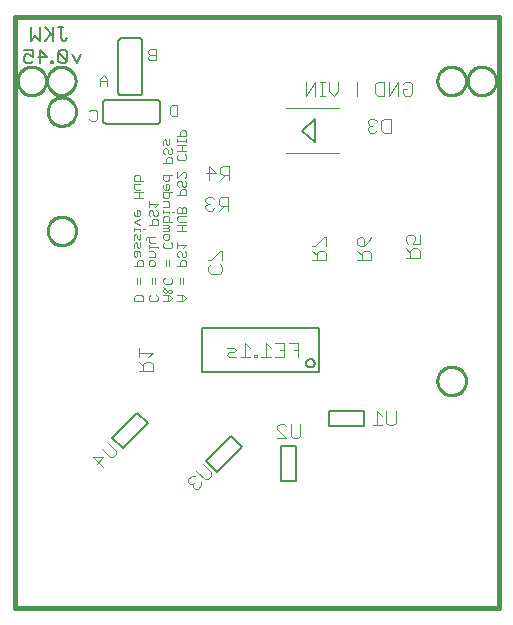
<source format=gbo>
G75*
%MOIN*%
%OFA0B0*%
%FSLAX24Y24*%
%IPPOS*%
%LPD*%
%AMOC8*
5,1,8,0,0,1.08239X$1,22.5*
%
%ADD10C,0.0160*%
%ADD11C,0.0060*%
%ADD12C,0.0030*%
%ADD13C,0.0020*%
%ADD14C,0.0100*%
%ADD15C,0.0040*%
%ADD16C,0.0080*%
%ADD17C,0.0050*%
D10*
X002254Y004003D02*
X018396Y004003D01*
X018396Y023688D01*
X002254Y023688D01*
X002254Y004003D01*
D11*
X005301Y020138D02*
X007001Y020138D01*
X007018Y020140D01*
X007035Y020144D01*
X007051Y020151D01*
X007065Y020161D01*
X007078Y020174D01*
X007088Y020188D01*
X007095Y020204D01*
X007099Y020221D01*
X007101Y020238D01*
X007101Y020838D01*
X007099Y020855D01*
X007095Y020872D01*
X007088Y020888D01*
X007078Y020902D01*
X007065Y020915D01*
X007051Y020925D01*
X007035Y020932D01*
X007018Y020936D01*
X007001Y020938D01*
X005301Y020938D01*
X005284Y020936D01*
X005267Y020932D01*
X005251Y020925D01*
X005237Y020915D01*
X005224Y020902D01*
X005214Y020888D01*
X005207Y020872D01*
X005203Y020855D01*
X005201Y020838D01*
X005201Y020238D01*
X005203Y020221D01*
X005207Y020204D01*
X005214Y020188D01*
X005224Y020174D01*
X005237Y020161D01*
X005251Y020151D01*
X005267Y020144D01*
X005284Y020140D01*
X005301Y020138D01*
X005812Y021084D02*
X006412Y021084D01*
X006429Y021086D01*
X006446Y021090D01*
X006462Y021097D01*
X006476Y021107D01*
X006489Y021120D01*
X006499Y021134D01*
X006506Y021150D01*
X006510Y021167D01*
X006512Y021184D01*
X006512Y022884D01*
X006510Y022901D01*
X006506Y022918D01*
X006499Y022934D01*
X006489Y022948D01*
X006476Y022961D01*
X006462Y022971D01*
X006446Y022978D01*
X006429Y022982D01*
X006412Y022984D01*
X005812Y022984D01*
X005795Y022982D01*
X005778Y022978D01*
X005762Y022971D01*
X005748Y022961D01*
X005735Y022948D01*
X005725Y022934D01*
X005718Y022918D01*
X005714Y022901D01*
X005712Y022884D01*
X005712Y021184D01*
X005714Y021167D01*
X005718Y021150D01*
X005725Y021134D01*
X005735Y021120D01*
X005748Y021107D01*
X005762Y021097D01*
X005778Y021090D01*
X005795Y021086D01*
X005812Y021084D01*
X004323Y022153D02*
X004176Y022447D01*
X004009Y022520D02*
X004009Y022227D01*
X003716Y022520D01*
X003716Y022227D01*
X003789Y022153D01*
X003936Y022153D01*
X004009Y022227D01*
X004009Y022520D02*
X003936Y022594D01*
X003789Y022594D01*
X003716Y022520D01*
X003549Y022227D02*
X003476Y022227D01*
X003476Y022153D01*
X003549Y022153D01*
X003549Y022227D01*
X003319Y022373D02*
X003025Y022373D01*
X002858Y022373D02*
X002858Y022594D01*
X002565Y022594D01*
X002638Y022447D02*
X002565Y022373D01*
X002565Y022227D01*
X002638Y022153D01*
X002785Y022153D01*
X002858Y022227D01*
X002858Y022373D02*
X002712Y022447D01*
X002638Y022447D01*
X002795Y022903D02*
X002795Y023344D01*
X002942Y023050D02*
X002795Y022903D01*
X002942Y023050D02*
X003089Y022903D01*
X003089Y023344D01*
X003255Y023344D02*
X003549Y023050D01*
X003476Y023123D02*
X003255Y022903D01*
X003549Y022903D02*
X003549Y023344D01*
X003716Y023344D02*
X003863Y023344D01*
X003789Y023344D02*
X003789Y022977D01*
X003863Y022903D01*
X003936Y022903D01*
X004009Y022977D01*
X004470Y022447D02*
X004323Y022153D01*
X003319Y022373D02*
X003099Y022594D01*
X003099Y022153D01*
D12*
X004748Y020547D02*
X004810Y020609D01*
X004933Y020609D01*
X004995Y020547D01*
X004995Y020300D01*
X004933Y020238D01*
X004810Y020238D01*
X004748Y020300D01*
X005102Y021380D02*
X005102Y021627D01*
X005226Y021750D01*
X005349Y021627D01*
X005349Y021380D01*
X005349Y021565D02*
X005102Y021565D01*
X006716Y022308D02*
X006778Y022246D01*
X006963Y022246D01*
X006963Y022617D01*
X006778Y022617D01*
X006716Y022555D01*
X006716Y022493D01*
X006778Y022431D01*
X006963Y022431D01*
X006778Y022431D02*
X006716Y022370D01*
X006716Y022308D01*
X007487Y020766D02*
X007425Y020705D01*
X007425Y020458D01*
X007487Y020396D01*
X007672Y020396D01*
X007672Y020766D01*
X007487Y020766D01*
D13*
X007830Y019910D02*
X007780Y019860D01*
X007780Y019710D01*
X007680Y019710D02*
X007980Y019710D01*
X007980Y019860D01*
X007930Y019910D01*
X007830Y019910D01*
X007680Y019614D02*
X007680Y019514D01*
X007680Y019564D02*
X007980Y019564D01*
X007980Y019514D02*
X007980Y019614D01*
X007980Y019419D02*
X007680Y019419D01*
X007830Y019419D02*
X007830Y019219D01*
X007730Y019124D02*
X007680Y019074D01*
X007680Y018974D01*
X007730Y018924D01*
X007930Y018924D01*
X007980Y018974D01*
X007980Y019074D01*
X007930Y019124D01*
X007980Y019219D02*
X007680Y019219D01*
X007500Y019171D02*
X007450Y019121D01*
X007400Y019121D01*
X007350Y019171D01*
X007350Y019271D01*
X007300Y019321D01*
X007250Y019321D01*
X007200Y019271D01*
X007200Y019171D01*
X007250Y019121D01*
X007350Y019026D02*
X007300Y018976D01*
X007300Y018826D01*
X007200Y018826D02*
X007500Y018826D01*
X007500Y018976D01*
X007450Y019026D01*
X007350Y019026D01*
X007500Y019171D02*
X007500Y019271D01*
X007450Y019321D01*
X007350Y019415D02*
X007400Y019465D01*
X007400Y019615D01*
X007300Y019565D02*
X007300Y019465D01*
X007350Y019415D01*
X007200Y019415D02*
X007200Y019565D01*
X007250Y019615D01*
X007300Y019565D01*
X007680Y018535D02*
X007680Y018335D01*
X007880Y018535D01*
X007930Y018535D01*
X007980Y018485D01*
X007980Y018385D01*
X007930Y018335D01*
X007930Y018240D02*
X007980Y018190D01*
X007980Y018090D01*
X007930Y018040D01*
X007880Y018040D01*
X007830Y018090D01*
X007830Y018190D01*
X007780Y018240D01*
X007730Y018240D01*
X007680Y018190D01*
X007680Y018090D01*
X007730Y018040D01*
X007830Y017946D02*
X007780Y017896D01*
X007780Y017746D01*
X007680Y017746D02*
X007980Y017746D01*
X007980Y017896D01*
X007930Y017946D01*
X007830Y017946D01*
X007500Y017848D02*
X007200Y017848D01*
X007200Y017697D01*
X007250Y017647D01*
X007350Y017647D01*
X007400Y017697D01*
X007400Y017848D01*
X007350Y017942D02*
X007400Y017992D01*
X007400Y018092D01*
X007350Y018142D01*
X007300Y018142D01*
X007300Y017942D01*
X007250Y017942D02*
X007350Y017942D01*
X007250Y017942D02*
X007200Y017992D01*
X007200Y018092D01*
X007250Y018237D02*
X007350Y018237D01*
X007400Y018287D01*
X007400Y018437D01*
X007500Y018437D02*
X007200Y018437D01*
X007200Y018287D01*
X007250Y018237D01*
X007200Y017553D02*
X007350Y017553D01*
X007400Y017503D01*
X007400Y017353D01*
X007200Y017353D01*
X007200Y017256D02*
X007200Y017156D01*
X007200Y017206D02*
X007400Y017206D01*
X007400Y017156D01*
X007350Y017062D02*
X007400Y017012D01*
X007400Y016862D01*
X007500Y016862D02*
X007200Y016862D01*
X007200Y017012D01*
X007250Y017062D01*
X007350Y017062D01*
X007500Y017206D02*
X007550Y017206D01*
X007680Y017156D02*
X007680Y017306D01*
X007730Y017356D01*
X007780Y017356D01*
X007830Y017306D01*
X007830Y017156D01*
X007730Y017062D02*
X007980Y017062D01*
X007980Y017156D02*
X007980Y017306D01*
X007930Y017356D01*
X007880Y017356D01*
X007830Y017306D01*
X007680Y017156D02*
X007980Y017156D01*
X007730Y017062D02*
X007680Y017012D01*
X007680Y016912D01*
X007730Y016862D01*
X007980Y016862D01*
X007980Y016767D02*
X007680Y016767D01*
X007830Y016767D02*
X007830Y016567D01*
X007680Y016567D02*
X007980Y016567D01*
X007980Y016078D02*
X007680Y016078D01*
X007680Y015978D02*
X007680Y016178D01*
X007500Y016128D02*
X007500Y016028D01*
X007450Y015978D01*
X007250Y015978D01*
X007200Y016028D01*
X007200Y016128D01*
X007250Y016178D01*
X007250Y016272D02*
X007200Y016322D01*
X007200Y016422D01*
X007250Y016473D01*
X007350Y016473D01*
X007400Y016422D01*
X007400Y016322D01*
X007350Y016272D01*
X007250Y016272D01*
X007450Y016178D02*
X007500Y016128D01*
X007730Y015883D02*
X007680Y015833D01*
X007680Y015733D01*
X007730Y015683D01*
X007830Y015733D02*
X007830Y015833D01*
X007780Y015883D01*
X007730Y015883D01*
X007880Y015978D02*
X007980Y016078D01*
X007930Y015883D02*
X007980Y015833D01*
X007980Y015733D01*
X007930Y015683D01*
X007880Y015683D01*
X007830Y015733D01*
X007830Y015589D02*
X007780Y015539D01*
X007780Y015388D01*
X007680Y015388D02*
X007980Y015388D01*
X007980Y015539D01*
X007930Y015589D01*
X007830Y015589D01*
X007400Y015589D02*
X007400Y015388D01*
X007300Y015388D02*
X007300Y015589D01*
X006920Y015539D02*
X006920Y015438D01*
X006870Y015388D01*
X006770Y015388D01*
X006720Y015438D01*
X006720Y015539D01*
X006770Y015589D01*
X006870Y015589D01*
X006920Y015539D01*
X006920Y015683D02*
X006920Y015833D01*
X006870Y015883D01*
X006720Y015883D01*
X006720Y015978D02*
X006720Y016078D01*
X006720Y016028D02*
X007020Y016028D01*
X007020Y015978D01*
X006920Y016174D02*
X006770Y016174D01*
X006720Y016224D01*
X006720Y016374D01*
X006670Y016374D02*
X006620Y016324D01*
X006620Y016274D01*
X006670Y016374D02*
X006920Y016374D01*
X007200Y016567D02*
X007400Y016567D01*
X007400Y016617D01*
X007350Y016667D01*
X007400Y016717D01*
X007350Y016767D01*
X007200Y016767D01*
X007200Y016667D02*
X007350Y016667D01*
X007020Y016763D02*
X007020Y016914D01*
X006970Y016964D01*
X006870Y016964D01*
X006820Y016914D01*
X006820Y016763D01*
X006720Y016763D02*
X007020Y016763D01*
X006970Y017058D02*
X006920Y017058D01*
X006870Y017108D01*
X006870Y017208D01*
X006820Y017258D01*
X006770Y017258D01*
X006720Y017208D01*
X006720Y017108D01*
X006770Y017058D01*
X006970Y017058D02*
X007020Y017108D01*
X007020Y017208D01*
X006970Y017258D01*
X006920Y017353D02*
X007020Y017453D01*
X006720Y017453D01*
X006720Y017353D02*
X006720Y017553D01*
X006540Y017647D02*
X006240Y017647D01*
X006390Y017647D02*
X006390Y017848D01*
X006440Y017942D02*
X006290Y017942D01*
X006240Y017992D01*
X006240Y018142D01*
X006440Y018142D01*
X006440Y018237D02*
X006440Y018387D01*
X006390Y018437D01*
X006290Y018437D01*
X006240Y018387D01*
X006240Y018237D01*
X006540Y018237D01*
X006540Y017848D02*
X006240Y017848D01*
X006340Y017258D02*
X006340Y017058D01*
X006290Y017058D02*
X006390Y017058D01*
X006440Y017108D01*
X006440Y017208D01*
X006390Y017258D01*
X006340Y017258D01*
X006240Y017208D02*
X006240Y017108D01*
X006290Y017058D01*
X006440Y016964D02*
X006240Y016864D01*
X006440Y016763D01*
X006440Y016617D02*
X006240Y016617D01*
X006240Y016567D02*
X006240Y016667D01*
X006290Y016473D02*
X006340Y016422D01*
X006340Y016322D01*
X006390Y016272D01*
X006440Y016322D01*
X006440Y016473D01*
X006440Y016567D02*
X006440Y016617D01*
X006540Y016617D02*
X006590Y016617D01*
X006290Y016473D02*
X006240Y016422D01*
X006240Y016272D01*
X006290Y016178D02*
X006340Y016128D01*
X006340Y016028D01*
X006390Y015978D01*
X006440Y016028D01*
X006440Y016178D01*
X006290Y016178D02*
X006240Y016128D01*
X006240Y015978D01*
X006240Y015883D02*
X006240Y015733D01*
X006290Y015683D01*
X006340Y015733D01*
X006340Y015883D01*
X006390Y015883D02*
X006240Y015883D01*
X006390Y015883D02*
X006440Y015833D01*
X006440Y015733D01*
X006390Y015589D02*
X006340Y015539D01*
X006340Y015388D01*
X006240Y015388D02*
X006540Y015388D01*
X006540Y015539D01*
X006490Y015589D01*
X006390Y015589D01*
X006720Y015683D02*
X006920Y015683D01*
X006920Y014999D02*
X006920Y014799D01*
X006820Y014799D02*
X006820Y014999D01*
X006440Y014999D02*
X006440Y014799D01*
X006340Y014799D02*
X006340Y014999D01*
X006290Y014410D02*
X006490Y014410D01*
X006540Y014360D01*
X006540Y014210D01*
X006240Y014210D01*
X006240Y014360D01*
X006290Y014410D01*
X006720Y014360D02*
X006720Y014260D01*
X006770Y014210D01*
X006970Y014210D01*
X007020Y014260D01*
X007020Y014360D01*
X006970Y014410D01*
X006770Y014410D02*
X006720Y014360D01*
X007200Y014410D02*
X007400Y014410D01*
X007500Y014310D01*
X007400Y014210D01*
X007200Y014210D01*
X007350Y014210D02*
X007350Y014410D01*
X007300Y014504D02*
X007400Y014605D01*
X007450Y014605D01*
X007500Y014554D01*
X007450Y014504D01*
X007400Y014504D01*
X007200Y014705D01*
X007300Y014705D02*
X007200Y014605D01*
X007200Y014554D01*
X007250Y014504D01*
X007300Y014504D01*
X007250Y014799D02*
X007200Y014849D01*
X007200Y014949D01*
X007250Y014999D01*
X007250Y014799D02*
X007450Y014799D01*
X007500Y014849D01*
X007500Y014949D01*
X007450Y014999D01*
X007780Y014999D02*
X007780Y014799D01*
X007880Y014799D02*
X007880Y014999D01*
X007880Y014410D02*
X007680Y014410D01*
X007830Y014410D02*
X007830Y014210D01*
X007880Y014210D02*
X007680Y014210D01*
X007880Y014210D02*
X007980Y014310D01*
X007880Y014410D01*
D14*
X003355Y016562D02*
X003357Y016605D01*
X003363Y016648D01*
X003373Y016690D01*
X003386Y016731D01*
X003403Y016770D01*
X003424Y016808D01*
X003448Y016844D01*
X003475Y016878D01*
X003505Y016908D01*
X003538Y016936D01*
X003574Y016961D01*
X003611Y016983D01*
X003650Y017001D01*
X003691Y017015D01*
X003733Y017026D01*
X003775Y017033D01*
X003818Y017036D01*
X003861Y017035D01*
X003904Y017030D01*
X003946Y017021D01*
X003988Y017009D01*
X004028Y016992D01*
X004066Y016972D01*
X004102Y016949D01*
X004136Y016923D01*
X004168Y016893D01*
X004197Y016861D01*
X004222Y016826D01*
X004245Y016790D01*
X004264Y016751D01*
X004279Y016711D01*
X004291Y016669D01*
X004299Y016627D01*
X004303Y016584D01*
X004303Y016540D01*
X004299Y016497D01*
X004291Y016455D01*
X004279Y016413D01*
X004264Y016373D01*
X004245Y016334D01*
X004222Y016298D01*
X004197Y016263D01*
X004168Y016231D01*
X004136Y016201D01*
X004102Y016175D01*
X004066Y016152D01*
X004028Y016132D01*
X003988Y016115D01*
X003946Y016103D01*
X003904Y016094D01*
X003861Y016089D01*
X003818Y016088D01*
X003775Y016091D01*
X003733Y016098D01*
X003691Y016109D01*
X003650Y016123D01*
X003611Y016141D01*
X003574Y016163D01*
X003538Y016188D01*
X003505Y016216D01*
X003475Y016246D01*
X003448Y016280D01*
X003424Y016316D01*
X003403Y016354D01*
X003386Y016393D01*
X003373Y016434D01*
X003363Y016476D01*
X003357Y016519D01*
X003355Y016562D01*
X003355Y020538D02*
X003357Y020581D01*
X003363Y020624D01*
X003373Y020666D01*
X003386Y020707D01*
X003403Y020746D01*
X003424Y020784D01*
X003448Y020820D01*
X003475Y020854D01*
X003505Y020884D01*
X003538Y020912D01*
X003574Y020937D01*
X003611Y020959D01*
X003650Y020977D01*
X003691Y020991D01*
X003733Y021002D01*
X003775Y021009D01*
X003818Y021012D01*
X003861Y021011D01*
X003904Y021006D01*
X003946Y020997D01*
X003988Y020985D01*
X004028Y020968D01*
X004066Y020948D01*
X004102Y020925D01*
X004136Y020899D01*
X004168Y020869D01*
X004197Y020837D01*
X004222Y020802D01*
X004245Y020766D01*
X004264Y020727D01*
X004279Y020687D01*
X004291Y020645D01*
X004299Y020603D01*
X004303Y020560D01*
X004303Y020516D01*
X004299Y020473D01*
X004291Y020431D01*
X004279Y020389D01*
X004264Y020349D01*
X004245Y020310D01*
X004222Y020274D01*
X004197Y020239D01*
X004168Y020207D01*
X004136Y020177D01*
X004102Y020151D01*
X004066Y020128D01*
X004028Y020108D01*
X003988Y020091D01*
X003946Y020079D01*
X003904Y020070D01*
X003861Y020065D01*
X003818Y020064D01*
X003775Y020067D01*
X003733Y020074D01*
X003691Y020085D01*
X003650Y020099D01*
X003611Y020117D01*
X003574Y020139D01*
X003538Y020164D01*
X003505Y020192D01*
X003475Y020222D01*
X003448Y020256D01*
X003424Y020292D01*
X003403Y020330D01*
X003386Y020369D01*
X003373Y020410D01*
X003363Y020452D01*
X003357Y020495D01*
X003355Y020538D01*
X003335Y021562D02*
X003337Y021605D01*
X003343Y021648D01*
X003353Y021690D01*
X003366Y021731D01*
X003383Y021770D01*
X003404Y021808D01*
X003428Y021844D01*
X003455Y021878D01*
X003485Y021908D01*
X003518Y021936D01*
X003554Y021961D01*
X003591Y021983D01*
X003630Y022001D01*
X003671Y022015D01*
X003713Y022026D01*
X003755Y022033D01*
X003798Y022036D01*
X003841Y022035D01*
X003884Y022030D01*
X003926Y022021D01*
X003968Y022009D01*
X004008Y021992D01*
X004046Y021972D01*
X004082Y021949D01*
X004116Y021923D01*
X004148Y021893D01*
X004177Y021861D01*
X004202Y021826D01*
X004225Y021790D01*
X004244Y021751D01*
X004259Y021711D01*
X004271Y021669D01*
X004279Y021627D01*
X004283Y021584D01*
X004283Y021540D01*
X004279Y021497D01*
X004271Y021455D01*
X004259Y021413D01*
X004244Y021373D01*
X004225Y021334D01*
X004202Y021298D01*
X004177Y021263D01*
X004148Y021231D01*
X004116Y021201D01*
X004082Y021175D01*
X004046Y021152D01*
X004008Y021132D01*
X003968Y021115D01*
X003926Y021103D01*
X003884Y021094D01*
X003841Y021089D01*
X003798Y021088D01*
X003755Y021091D01*
X003713Y021098D01*
X003671Y021109D01*
X003630Y021123D01*
X003591Y021141D01*
X003554Y021163D01*
X003518Y021188D01*
X003485Y021216D01*
X003455Y021246D01*
X003428Y021280D01*
X003404Y021316D01*
X003383Y021354D01*
X003366Y021393D01*
X003353Y021434D01*
X003343Y021476D01*
X003337Y021519D01*
X003335Y021562D01*
X002351Y021562D02*
X002353Y021605D01*
X002359Y021648D01*
X002369Y021690D01*
X002382Y021731D01*
X002399Y021770D01*
X002420Y021808D01*
X002444Y021844D01*
X002471Y021878D01*
X002501Y021908D01*
X002534Y021936D01*
X002570Y021961D01*
X002607Y021983D01*
X002646Y022001D01*
X002687Y022015D01*
X002729Y022026D01*
X002771Y022033D01*
X002814Y022036D01*
X002857Y022035D01*
X002900Y022030D01*
X002942Y022021D01*
X002984Y022009D01*
X003024Y021992D01*
X003062Y021972D01*
X003098Y021949D01*
X003132Y021923D01*
X003164Y021893D01*
X003193Y021861D01*
X003218Y021826D01*
X003241Y021790D01*
X003260Y021751D01*
X003275Y021711D01*
X003287Y021669D01*
X003295Y021627D01*
X003299Y021584D01*
X003299Y021540D01*
X003295Y021497D01*
X003287Y021455D01*
X003275Y021413D01*
X003260Y021373D01*
X003241Y021334D01*
X003218Y021298D01*
X003193Y021263D01*
X003164Y021231D01*
X003132Y021201D01*
X003098Y021175D01*
X003062Y021152D01*
X003024Y021132D01*
X002984Y021115D01*
X002942Y021103D01*
X002900Y021094D01*
X002857Y021089D01*
X002814Y021088D01*
X002771Y021091D01*
X002729Y021098D01*
X002687Y021109D01*
X002646Y021123D01*
X002607Y021141D01*
X002570Y021163D01*
X002534Y021188D01*
X002501Y021216D01*
X002471Y021246D01*
X002444Y021280D01*
X002420Y021316D01*
X002399Y021354D01*
X002382Y021393D01*
X002369Y021434D01*
X002359Y021476D01*
X002353Y021519D01*
X002351Y021562D01*
X016347Y021562D02*
X016349Y021605D01*
X016355Y021648D01*
X016365Y021690D01*
X016378Y021731D01*
X016395Y021770D01*
X016416Y021808D01*
X016440Y021844D01*
X016467Y021878D01*
X016497Y021908D01*
X016530Y021936D01*
X016566Y021961D01*
X016603Y021983D01*
X016642Y022001D01*
X016683Y022015D01*
X016725Y022026D01*
X016767Y022033D01*
X016810Y022036D01*
X016853Y022035D01*
X016896Y022030D01*
X016938Y022021D01*
X016980Y022009D01*
X017020Y021992D01*
X017058Y021972D01*
X017094Y021949D01*
X017128Y021923D01*
X017160Y021893D01*
X017189Y021861D01*
X017214Y021826D01*
X017237Y021790D01*
X017256Y021751D01*
X017271Y021711D01*
X017283Y021669D01*
X017291Y021627D01*
X017295Y021584D01*
X017295Y021540D01*
X017291Y021497D01*
X017283Y021455D01*
X017271Y021413D01*
X017256Y021373D01*
X017237Y021334D01*
X017214Y021298D01*
X017189Y021263D01*
X017160Y021231D01*
X017128Y021201D01*
X017094Y021175D01*
X017058Y021152D01*
X017020Y021132D01*
X016980Y021115D01*
X016938Y021103D01*
X016896Y021094D01*
X016853Y021089D01*
X016810Y021088D01*
X016767Y021091D01*
X016725Y021098D01*
X016683Y021109D01*
X016642Y021123D01*
X016603Y021141D01*
X016566Y021163D01*
X016530Y021188D01*
X016497Y021216D01*
X016467Y021246D01*
X016440Y021280D01*
X016416Y021316D01*
X016395Y021354D01*
X016378Y021393D01*
X016365Y021434D01*
X016355Y021476D01*
X016349Y021519D01*
X016347Y021562D01*
X017351Y021562D02*
X017353Y021605D01*
X017359Y021648D01*
X017369Y021690D01*
X017382Y021731D01*
X017399Y021770D01*
X017420Y021808D01*
X017444Y021844D01*
X017471Y021878D01*
X017501Y021908D01*
X017534Y021936D01*
X017570Y021961D01*
X017607Y021983D01*
X017646Y022001D01*
X017687Y022015D01*
X017729Y022026D01*
X017771Y022033D01*
X017814Y022036D01*
X017857Y022035D01*
X017900Y022030D01*
X017942Y022021D01*
X017984Y022009D01*
X018024Y021992D01*
X018062Y021972D01*
X018098Y021949D01*
X018132Y021923D01*
X018164Y021893D01*
X018193Y021861D01*
X018218Y021826D01*
X018241Y021790D01*
X018260Y021751D01*
X018275Y021711D01*
X018287Y021669D01*
X018295Y021627D01*
X018299Y021584D01*
X018299Y021540D01*
X018295Y021497D01*
X018287Y021455D01*
X018275Y021413D01*
X018260Y021373D01*
X018241Y021334D01*
X018218Y021298D01*
X018193Y021263D01*
X018164Y021231D01*
X018132Y021201D01*
X018098Y021175D01*
X018062Y021152D01*
X018024Y021132D01*
X017984Y021115D01*
X017942Y021103D01*
X017900Y021094D01*
X017857Y021089D01*
X017814Y021088D01*
X017771Y021091D01*
X017729Y021098D01*
X017687Y021109D01*
X017646Y021123D01*
X017607Y021141D01*
X017570Y021163D01*
X017534Y021188D01*
X017501Y021216D01*
X017471Y021246D01*
X017444Y021280D01*
X017420Y021316D01*
X017399Y021354D01*
X017382Y021393D01*
X017369Y021434D01*
X017359Y021476D01*
X017353Y021519D01*
X017351Y021562D01*
X016347Y011562D02*
X016349Y011605D01*
X016355Y011648D01*
X016365Y011690D01*
X016378Y011731D01*
X016395Y011770D01*
X016416Y011808D01*
X016440Y011844D01*
X016467Y011878D01*
X016497Y011908D01*
X016530Y011936D01*
X016566Y011961D01*
X016603Y011983D01*
X016642Y012001D01*
X016683Y012015D01*
X016725Y012026D01*
X016767Y012033D01*
X016810Y012036D01*
X016853Y012035D01*
X016896Y012030D01*
X016938Y012021D01*
X016980Y012009D01*
X017020Y011992D01*
X017058Y011972D01*
X017094Y011949D01*
X017128Y011923D01*
X017160Y011893D01*
X017189Y011861D01*
X017214Y011826D01*
X017237Y011790D01*
X017256Y011751D01*
X017271Y011711D01*
X017283Y011669D01*
X017291Y011627D01*
X017295Y011584D01*
X017295Y011540D01*
X017291Y011497D01*
X017283Y011455D01*
X017271Y011413D01*
X017256Y011373D01*
X017237Y011334D01*
X017214Y011298D01*
X017189Y011263D01*
X017160Y011231D01*
X017128Y011201D01*
X017094Y011175D01*
X017058Y011152D01*
X017020Y011132D01*
X016980Y011115D01*
X016938Y011103D01*
X016896Y011094D01*
X016853Y011089D01*
X016810Y011088D01*
X016767Y011091D01*
X016725Y011098D01*
X016683Y011109D01*
X016642Y011123D01*
X016603Y011141D01*
X016566Y011163D01*
X016530Y011188D01*
X016497Y011216D01*
X016467Y011246D01*
X016440Y011280D01*
X016416Y011316D01*
X016395Y011354D01*
X016378Y011393D01*
X016365Y011434D01*
X016355Y011476D01*
X016349Y011519D01*
X016347Y011562D01*
D15*
X014950Y010546D02*
X014950Y010163D01*
X014874Y010086D01*
X014720Y010086D01*
X014643Y010163D01*
X014643Y010546D01*
X014490Y010393D02*
X014336Y010546D01*
X014336Y010086D01*
X014183Y010086D02*
X014490Y010086D01*
X011777Y010125D02*
X011777Y009741D01*
X011700Y009665D01*
X011546Y009665D01*
X011470Y009741D01*
X011470Y010125D01*
X011316Y010048D02*
X011240Y010125D01*
X011086Y010125D01*
X011009Y010048D01*
X011009Y009972D01*
X011316Y009665D01*
X011009Y009665D01*
X010937Y012357D02*
X011244Y012357D01*
X011244Y012817D01*
X010937Y012817D01*
X010784Y012664D02*
X010630Y012817D01*
X010630Y012357D01*
X010477Y012357D02*
X010784Y012357D01*
X011090Y012587D02*
X011244Y012587D01*
X011397Y012817D02*
X011704Y012817D01*
X011704Y012357D01*
X011704Y012587D02*
X011551Y012587D01*
X010323Y012434D02*
X010246Y012434D01*
X010246Y012357D01*
X010323Y012357D01*
X010323Y012434D01*
X010093Y012357D02*
X009786Y012357D01*
X009633Y012357D02*
X009402Y012357D01*
X009326Y012434D01*
X009402Y012510D01*
X009556Y012510D01*
X009633Y012587D01*
X009556Y012664D01*
X009326Y012664D01*
X009939Y012817D02*
X009939Y012357D01*
X010093Y012664D02*
X009939Y012817D01*
X009098Y015138D02*
X008791Y015138D01*
X008715Y015214D01*
X008715Y015368D01*
X008791Y015445D01*
X008791Y015598D02*
X008715Y015598D01*
X008791Y015598D02*
X009098Y015905D01*
X009175Y015905D01*
X009175Y015598D01*
X009098Y015445D02*
X009175Y015368D01*
X009175Y015214D01*
X009098Y015138D01*
X009067Y017239D02*
X009220Y017393D01*
X009143Y017393D02*
X009374Y017393D01*
X009374Y017239D02*
X009374Y017700D01*
X009143Y017700D01*
X009067Y017623D01*
X009067Y017470D01*
X009143Y017393D01*
X008913Y017316D02*
X008836Y017239D01*
X008683Y017239D01*
X008606Y017316D01*
X008606Y017393D01*
X008683Y017470D01*
X008760Y017470D01*
X008683Y017470D02*
X008606Y017546D01*
X008606Y017623D01*
X008683Y017700D01*
X008836Y017700D01*
X008913Y017623D01*
X008722Y018263D02*
X008722Y018724D01*
X008953Y018493D01*
X008646Y018493D01*
X009106Y018493D02*
X009183Y018417D01*
X009413Y018417D01*
X009259Y018417D02*
X009106Y018263D01*
X009106Y018493D02*
X009106Y018647D01*
X009183Y018724D01*
X009413Y018724D01*
X009413Y018263D01*
X011285Y019158D02*
X013065Y019158D01*
X014018Y019915D02*
X014094Y019838D01*
X014248Y019838D01*
X014325Y019915D01*
X014478Y019915D02*
X014478Y020222D01*
X014555Y020299D01*
X014785Y020299D01*
X014785Y019838D01*
X014555Y019838D01*
X014478Y019915D01*
X014171Y020069D02*
X014094Y020069D01*
X014018Y019992D01*
X014018Y019915D01*
X014094Y020069D02*
X014018Y020145D01*
X014018Y020222D01*
X014094Y020299D01*
X014248Y020299D01*
X014325Y020222D01*
X014351Y021070D02*
X014274Y021147D01*
X014274Y021454D01*
X014351Y021531D01*
X014581Y021531D01*
X014581Y021070D01*
X014351Y021070D01*
X014734Y021070D02*
X014734Y021531D01*
X015041Y021531D02*
X014734Y021070D01*
X015041Y021070D02*
X015041Y021531D01*
X015195Y021454D02*
X015271Y021531D01*
X015425Y021531D01*
X015502Y021454D01*
X015502Y021147D01*
X015425Y021070D01*
X015271Y021070D01*
X015195Y021147D01*
X015195Y021300D01*
X015348Y021300D01*
X013660Y021531D02*
X013660Y021070D01*
X013065Y020658D02*
X011285Y020658D01*
X011972Y021070D02*
X011972Y021531D01*
X012279Y021531D02*
X011972Y021070D01*
X012279Y021070D02*
X012279Y021531D01*
X012432Y021531D02*
X012586Y021531D01*
X012509Y021531D02*
X012509Y021070D01*
X012586Y021070D02*
X012432Y021070D01*
X012739Y021224D02*
X012739Y021531D01*
X013046Y021531D02*
X013046Y021224D01*
X012893Y021070D01*
X012739Y021224D01*
X012640Y016364D02*
X012563Y016364D01*
X012256Y016057D01*
X012179Y016057D01*
X012179Y015903D02*
X012333Y015750D01*
X012333Y015826D02*
X012333Y015596D01*
X012179Y015596D02*
X012640Y015596D01*
X012640Y015826D01*
X012563Y015903D01*
X012410Y015903D01*
X012333Y015826D01*
X012640Y016057D02*
X012640Y016364D01*
X013675Y016287D02*
X013675Y016133D01*
X013752Y016057D01*
X013906Y016057D01*
X013906Y016287D01*
X013829Y016364D01*
X013752Y016364D01*
X013675Y016287D01*
X013906Y016057D02*
X014059Y016210D01*
X014136Y016364D01*
X014059Y015903D02*
X013906Y015903D01*
X013829Y015826D01*
X013829Y015596D01*
X013675Y015596D02*
X014136Y015596D01*
X014136Y015826D01*
X014059Y015903D01*
X013829Y015750D02*
X013675Y015903D01*
X015290Y015982D02*
X015443Y015828D01*
X015443Y015905D02*
X015443Y015675D01*
X015290Y015675D02*
X015750Y015675D01*
X015750Y015905D01*
X015673Y015982D01*
X015520Y015982D01*
X015443Y015905D01*
X015366Y016135D02*
X015290Y016212D01*
X015290Y016366D01*
X015366Y016442D01*
X015520Y016442D01*
X015596Y016366D01*
X015596Y016289D01*
X015520Y016135D01*
X015750Y016135D01*
X015750Y016442D01*
X008532Y008785D02*
X008803Y008514D01*
X008803Y008405D01*
X008695Y008297D01*
X008586Y008297D01*
X008315Y008568D01*
X008260Y008405D02*
X008152Y008405D01*
X008043Y008297D01*
X008043Y008188D01*
X008098Y008134D01*
X008206Y008134D01*
X008206Y008026D01*
X008260Y007971D01*
X008369Y007971D01*
X008477Y008080D01*
X008477Y008188D01*
X008260Y008188D02*
X008206Y008134D01*
X005639Y009120D02*
X005530Y009012D01*
X005422Y009012D01*
X005150Y009283D01*
X005205Y009012D02*
X004879Y009012D01*
X005205Y008686D01*
X004988Y008795D02*
X005205Y009012D01*
X005639Y009229D02*
X005367Y009500D01*
X005639Y009229D02*
X005639Y009120D01*
X006392Y011895D02*
X006852Y011895D01*
X006852Y012126D01*
X006776Y012202D01*
X006622Y012202D01*
X006545Y012126D01*
X006545Y011895D01*
X006545Y012049D02*
X006392Y012202D01*
X006392Y012356D02*
X006392Y012663D01*
X006392Y012509D02*
X006852Y012509D01*
X006699Y012356D01*
D16*
X008509Y011859D02*
X008509Y013315D01*
X012399Y013315D01*
X012407Y013315D02*
X012407Y011859D01*
X008509Y011859D01*
X011970Y012154D02*
X011972Y012177D01*
X011978Y012200D01*
X011987Y012222D01*
X012000Y012241D01*
X012016Y012258D01*
X012034Y012273D01*
X012055Y012284D01*
X012077Y012292D01*
X012100Y012296D01*
X012124Y012296D01*
X012147Y012292D01*
X012169Y012284D01*
X012190Y012273D01*
X012208Y012258D01*
X012224Y012241D01*
X012237Y012222D01*
X012246Y012200D01*
X012252Y012177D01*
X012254Y012154D01*
X012252Y012131D01*
X012246Y012108D01*
X012237Y012086D01*
X012224Y012067D01*
X012208Y012050D01*
X012190Y012035D01*
X012169Y012024D01*
X012147Y012016D01*
X012124Y012012D01*
X012100Y012012D01*
X012077Y012016D01*
X012055Y012024D01*
X012034Y012035D01*
X012016Y012050D01*
X012000Y012067D01*
X011987Y012086D01*
X011978Y012108D01*
X011972Y012131D01*
X011970Y012154D01*
X012251Y019515D02*
X012251Y020302D01*
X011848Y019908D01*
X012251Y019515D01*
D17*
X012726Y010558D02*
X013907Y010558D01*
X013907Y010046D01*
X012726Y010046D01*
X012726Y010558D01*
X011644Y009397D02*
X011644Y008216D01*
X011132Y008216D01*
X011132Y009397D01*
X011644Y009397D01*
X009821Y009358D02*
X008986Y008523D01*
X008624Y008884D01*
X009459Y009720D01*
X009821Y009358D01*
X006711Y010145D02*
X005875Y009310D01*
X005514Y009672D01*
X006349Y010507D01*
X006711Y010145D01*
M02*

</source>
